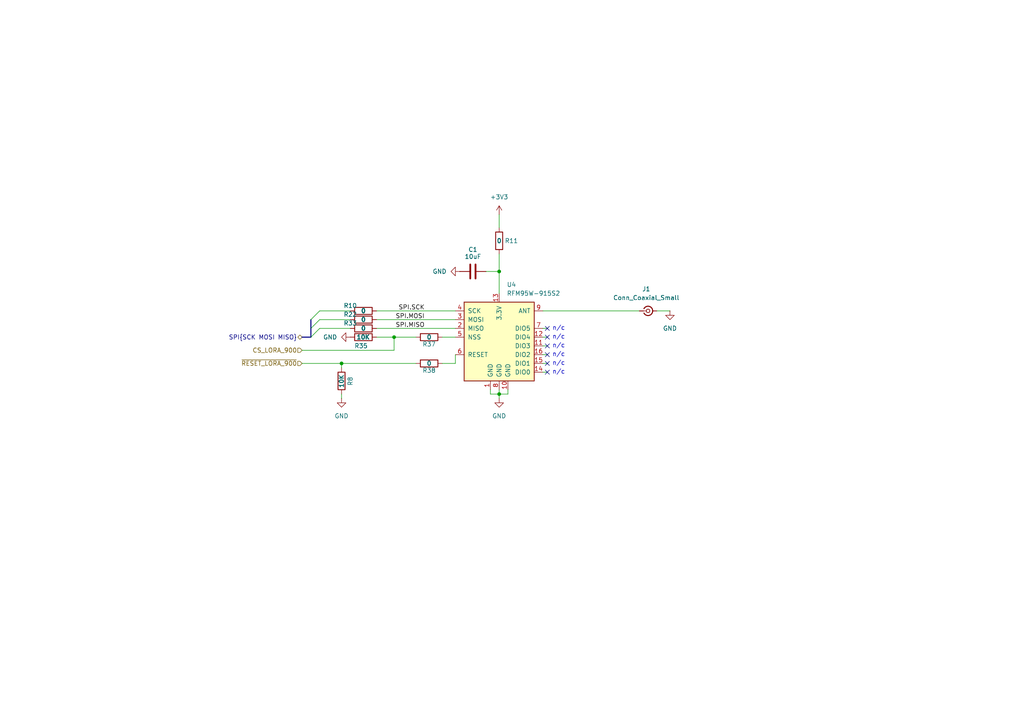
<source format=kicad_sch>
(kicad_sch (version 20231120) (generator "eeschema") (generator_version "8.0")
  (paper "A4")
  (title_block (title "Comms - LoRa 900") (company "catbranchman") (comment 1 "Electrical Engineering Department") (comment 2 "EE 156 / Stanford University") (comment 3 "Flight Club, W6YX, Endurance"))
  (lib_symbols
    (symbol "Connector:Conn_Coaxial_Small" (pin_numbers hide) (pin_names (offset 1.016) hide)
      (property "Reference" "J" (at 0.254 3.048 0))
      (property "Value" "Conn_Coaxial_Small" (at 0 -3.81 0))
      (symbol "Conn_Coaxial_Small_0_1"
        (polyline (pts (xy -2.54 0) (xy -0.508 0)))
        (circle (center 0 0) (radius 0.508) (stroke (width 0.2032)))
      )
      (symbol "Conn_Coaxial_Small_1_1"
        (arc (start -1.1916 -0.6311) (mid 0.327 -1.3081) (end 1.3484 0.0039) (stroke (width 0.3048)))
        (arc (start 1.3484 -0.0039) (mid 0.327 1.3081) (end -1.1916 0.6311) (stroke (width 0.3048)))
        (pin passive line (at -2.54 0 0) (length 1.27) (name "In") (number "1"))
        (pin passive line (at 2.54 0 180) (length 1.27) (name "Ext") (number "2"))
      )
    )
    (symbol "Device:C" (pin_numbers hide) (pin_names (offset 0.254))
      (property "Reference" "C" (at 0.635 2.54 0))
      (property "Value" "C" (at 0.635 -2.54 0))
      (symbol "C_0_1"
        (polyline (pts (xy -2.032 -0.762) (xy 2.032 -0.762)) (stroke (width 0.508)))
        (polyline (pts (xy -2.032 0.762) (xy 2.032 0.762)) (stroke (width 0.508)))
      )
      (symbol "C_1_1"
        (pin passive line (at 0 3.81 270) (length 2.794) (name "~") (number "1"))
        (pin passive line (at 0 -3.81 90) (length 2.794) (name "~") (number "2"))
      )
    )
    (symbol "Device:R" (pin_numbers hide) (pin_names (offset 0))
      (property "Reference" "R" (at 2.032 0 90))
      (property "Value" "R" (at 0 0 90))
      (symbol "R_0_1"
        (rectangle (start -1.016 -2.54) (end 1.016 2.54) (stroke (width 0.254)))
      )
      (symbol "R_1_1"
        (pin passive line (at 0 3.81 270) (length 1.27) (name "~") (number "1"))
        (pin passive line (at 0 -3.81 90) (length 1.27) (name "~") (number "2"))
      )
    )
    (symbol "RF_Module:RFM95W-915S2" (pin_names (offset 1.016))
      (property "Reference" "U" (at -10.414 11.684 0))
      (property "Value" "RFM95W-915S2" (at 1.524 11.43 0))
      (symbol "RFM95W-915S2_0_1"
        (rectangle (start -10.16 10.16) (end 10.16 -12.7) (stroke (width 0.254)) (fill (type background)))
      )
      (symbol "RFM95W-915S2_1_1"
        (pin power_in line (at -2.54 -15.24 90) (length 2.54) (name "GND") (number "1"))
        (pin power_in line (at 2.54 -15.24 90) (length 2.54) (name "GND") (number "10"))
        (pin bidirectional line (at 12.7 -2.54 180) (length 2.54) (name "DIO3") (number "11"))
        (pin bidirectional line (at 12.7 0 180) (length 2.54) (name "DIO4") (number "12"))
        (pin power_in line (at 0 12.7 270) (length 2.54) (name "3.3V") (number "13"))
        (pin bidirectional line (at 12.7 -10.16 180) (length 2.54) (name "DIO0") (number "14"))
        (pin bidirectional line (at 12.7 -7.62 180) (length 2.54) (name "DIO1") (number "15"))
        (pin bidirectional line (at 12.7 -5.08 180) (length 2.54) (name "DIO2") (number "16"))
        (pin output line (at -12.7 2.54 0) (length 2.54) (name "MISO") (number "2"))
        (pin input line (at -12.7 5.08 0) (length 2.54) (name "MOSI") (number "3"))
        (pin input line (at -12.7 7.62 0) (length 2.54) (name "SCK") (number "4"))
        (pin input line (at -12.7 0 0) (length 2.54) (name "NSS") (number "5"))
        (pin bidirectional line (at -12.7 -5.08 0) (length 2.54) (name "RESET") (number "6"))
        (pin bidirectional line (at 12.7 2.54 180) (length 2.54) (name "DIO5") (number "7"))
        (pin power_in line (at 0 -15.24 90) (length 2.54) (name "GND") (number "8"))
        (pin bidirectional line (at 12.7 7.62 180) (length 2.54) (name "ANT") (number "9"))
      )
    )
    (symbol "power:+3V3" (power) (pin_numbers hide) (pin_names (offset 0) hide)
      (property "Value" "+3V3" (at 0 3.556 0))
      (symbol "+3V3_0_1"
        (polyline (pts (xy -0.762 1.27) (xy 0 2.54)))
        (polyline (pts (xy 0 0) (xy 0 2.54)))
        (polyline (pts (xy 0 2.54) (xy 0.762 1.27)))
      )
      (symbol "+3V3_1_1"
        (pin power_in line (at 0 0 90) (length 0) (name "~") (number "1"))
      )
    )
    (symbol "power:GND" (power) (pin_numbers hide) (pin_names (offset 0) hide)
      (property "Value" "GND" (at 0 -3.81 0))
      (symbol "GND_0_1"
        (polyline (pts (xy 0 0) (xy 0 -1.27) (xy 1.27 -1.27) (xy 0 -2.54) (xy -1.27 -1.27) (xy 0 -1.27)))
      )
      (symbol "GND_1_1"
        (pin power_in line (at 0 0 270) (length 0) (name "~") (number "1"))
      )
    )
  )
  (junction (at 114.3 97.79))
  (junction (at 144.78 114.3))
  (junction (at 99.06 105.41))
  (junction (at 144.78 78.74))
  (no_connect (at 158.75 95.25))
  (no_connect (at 158.75 100.33))
  (no_connect (at 158.75 105.41))
  (no_connect (at 158.75 107.95))
  (no_connect (at 158.75 102.87))
  (no_connect (at 158.75 97.79))
  (bus_entry (at 92.71 92.71) (size -2.54 2.54))
  (bus_entry (at 92.71 95.25) (size -2.54 2.54))
  (bus_entry (at 92.71 90.17) (size -2.54 2.54))
  (wire (pts (xy 109.22 95.25) (xy 132.08 95.25)))
  (wire (pts (xy 92.71 92.71) (xy 101.6 92.71)))
  (wire (pts (xy 147.32 113.03) (xy 147.32 114.3)))
  (bus (pts (xy 90.17 92.71) (xy 90.17 95.25)))
  (wire (pts (xy 128.27 97.79) (xy 132.08 97.79)))
  (wire (pts (xy 190.5 90.17) (xy 194.31 90.17)))
  (wire (pts (xy 157.48 90.17) (xy 185.42 90.17)))
  (wire (pts (xy 109.22 90.17) (xy 132.08 90.17)))
  (wire (pts (xy 114.3 97.79) (xy 120.65 97.79)))
  (wire (pts (xy 144.78 78.74) (xy 144.78 85.09)))
  (wire (pts (xy 144.78 114.3) (xy 144.78 115.57)))
  (wire (pts (xy 157.48 95.25) (xy 158.75 95.25)))
  (wire (pts (xy 157.48 100.33) (xy 158.75 100.33)))
  (wire (pts (xy 99.06 114.3) (xy 99.06 115.57)))
  (bus (pts (xy 90.17 95.25) (xy 90.17 97.79)))
  (wire (pts (xy 109.22 92.71) (xy 132.08 92.71)))
  (wire (pts (xy 132.08 102.87) (xy 132.08 105.41)))
  (wire (pts (xy 157.48 105.41) (xy 158.75 105.41)))
  (wire (pts (xy 87.63 105.41) (xy 99.06 105.41)))
  (wire (pts (xy 99.06 105.41) (xy 120.65 105.41)))
  (bus (pts (xy 87.63 97.79) (xy 90.17 97.79)))
  (wire (pts (xy 132.08 105.41) (xy 128.27 105.41)))
  (wire (pts (xy 140.97 78.74) (xy 144.78 78.74)))
  (wire (pts (xy 142.24 113.03) (xy 142.24 114.3)))
  (wire (pts (xy 114.3 97.79) (xy 114.3 101.6)))
  (wire (pts (xy 142.24 114.3) (xy 144.78 114.3)))
  (wire (pts (xy 144.78 114.3) (xy 144.78 113.03)))
  (wire (pts (xy 157.48 102.87) (xy 158.75 102.87)))
  (wire (pts (xy 92.71 95.25) (xy 101.6 95.25)))
  (wire (pts (xy 99.06 106.68) (xy 99.06 105.41)))
  (wire (pts (xy 92.71 90.17) (xy 101.6 90.17)))
  (wire (pts (xy 109.22 97.79) (xy 114.3 97.79)))
  (wire (pts (xy 144.78 73.66) (xy 144.78 78.74)))
  (wire (pts (xy 147.32 114.3) (xy 144.78 114.3)))
  (wire (pts (xy 144.78 62.23) (xy 144.78 66.04)))
  (wire (pts (xy 157.48 107.95) (xy 158.75 107.95)))
  (wire (pts (xy 87.63 101.6) (xy 114.3 101.6)))
  (wire (pts (xy 157.48 97.79) (xy 158.75 97.79)))
  (text "n/c" (at 162.052 102.87 0) (effects (font (size 1.27 1.27))))
  (text "n/c" (at 162.052 100.33 0) (effects (font (size 1.27 1.27))))
  (text "n/c" (at 162.052 97.79 0) (effects (font (size 1.27 1.27))))
  (text "n/c" (at 162.052 95.25 0) (effects (font (size 1.27 1.27))))
  (text "n/c" (at 162.052 105.41 0) (effects (font (size 1.27 1.27))))
  (text "n/c" (at 162.052 107.95 0) (effects (font (size 1.27 1.27))))
  (label "SPI.MISO" (at 123.19 95.25 180))
  (label "SPI.SCK" (at 123.19 90.17 180))
  (label "SPI.MOSI" (at 123.19 92.71 180))
  (hierarchical_label "~{RESET_LORA_900}" (shape input) (at 87.63 105.41 180))
  (hierarchical_label "CS_LORA_900" (shape input) (at 87.63 101.6 180))
  (hierarchical_label "SPI{SCK MOSI MISO}" (shape bidirectional) (at 87.63 97.79 180))
  (symbol (lib_id "Device:R") (at 105.41 90.17 270) (unit 1)
    (property "Reference" "R10" (at 101.6 88.646 90))
    (property "Value" "0" (at 105.41 90.17 90) (effects (font (thickness 0.254) (bold yes))))
    (property "Footprint" "Resistor_SMD:R_0603_1608Metric" (effects (hide yes)))
    (property "Datasheet" "Datasheet" (effects (hide yes)))
    (property "Description" "Resistor" (effects (hide yes)))
    (property "Mfr" "YAGEO" (effects (hide yes)))
    (property "Mfr P/N" "RC0603JR-070RL" (effects (hide yes)))
    (property "Supplier_1" "Digikey" (effects (hide yes)))
    (property "Supplier_1 P/N" "311-0.0GRCT-ND" (effects (hide yes)))
    (property "Supplier_1 Unit Price" "$0.10000 " (effects (hide yes)))
    (property "Supplier_1 Price @ Qty" "$0.00304 " (effects (hide yes)))
  )
  (symbol (lib_id "power:GND") (at 133.35 78.74 270) (unit 1)
    (property "Reference" "#PWR039" (effects (hide yes)))
    (property "Value" "GND" (at 129.54 78.7399 90) (effects (justify right)))
    (property "Description" "Power symbol creates a global label with name \"GND\" , ground" (effects (hide yes)))
  )
  (symbol (lib_id "Device:R") (at 105.41 95.25 270) (unit 1)
    (property "Reference" "R33" (at 101.6 93.726 90))
    (property "Value" "0" (at 105.41 95.25 90) (effects (font (thickness 0.254) (bold yes))))
    (property "Footprint" "Resistor_SMD:R_0603_1608Metric" (effects (hide yes)))
    (property "Datasheet" "Datasheet" (effects (hide yes)))
    (property "Description" "Resistor" (effects (hide yes)))
    (property "Mfr" "YAGEO" (effects (hide yes)))
    (property "Mfr P/N" "RC0603JR-070RL" (effects (hide yes)))
    (property "Supplier_1" "Digikey" (effects (hide yes)))
    (property "Supplier_1 P/N" "311-0.0GRCT-ND" (effects (hide yes)))
    (property "Supplier_1 Unit Price" "$0.10000 " (effects (hide yes)))
    (property "Supplier_1 Price @ Qty" "$0.00304 " (effects (hide yes)))
  )
  (symbol (lib_id "Device:R") (at 144.78 69.85 0) (unit 1)
    (property "Reference" "R11" (at 148.336 69.85 0))
    (property "Value" "0" (at 144.78 69.85 0) (effects (font (thickness 0.254) (bold yes))))
    (property "Footprint" "Resistor_SMD:R_0603_1608Metric" (effects (hide yes)))
    (property "Datasheet" "Datasheet" (effects (hide yes)))
    (property "Description" "Resistor" (effects (hide yes)))
    (property "Mfr" "YAGEO" (effects (hide yes)))
    (property "Mfr P/N" "RC0603JR-070RL" (effects (hide yes)))
    (property "Supplier_1" "Digikey" (effects (hide yes)))
    (property "Supplier_1 P/N" "311-0.0GRCT-ND" (effects (hide yes)))
    (property "Supplier_1 Unit Price" "$0.10000 " (effects (hide yes)))
    (property "Supplier_1 Price @ Qty" "$0.00304 " (effects (hide yes)))
  )
  (symbol (lib_id "power:GND") (at 101.6 97.79 270) (unit 1)
    (property "Reference" "#PWR069" (effects (hide yes)))
    (property "Value" "GND" (at 97.79 97.7899 90) (effects (justify right)))
    (property "Description" "Power symbol creates a global label with name \"GND\" , ground" (effects (hide yes)))
  )
  (symbol (lib_id "Device:R") (at 105.41 92.71 270) (unit 1)
    (property "Reference" "R22" (at 101.6 91.186 90))
    (property "Value" "0" (at 105.41 92.71 90) (effects (font (thickness 0.254) (bold yes))))
    (property "Footprint" "Resistor_SMD:R_0603_1608Metric" (effects (hide yes)))
    (property "Datasheet" "Datasheet" (effects (hide yes)))
    (property "Description" "Resistor" (effects (hide yes)))
    (property "Mfr" "YAGEO" (effects (hide yes)))
    (property "Mfr P/N" "RC0603JR-070RL" (effects (hide yes)))
    (property "Supplier_1" "Digikey" (effects (hide yes)))
    (property "Supplier_1 P/N" "311-0.0GRCT-ND" (effects (hide yes)))
    (property "Supplier_1 Unit Price" "$0.10000 " (effects (hide yes)))
    (property "Supplier_1 Price @ Qty" "$0.00304 " (effects (hide yes)))
  )
  (symbol (lib_id "power:+3V3") (at 144.78 62.23 0) (unit 1)
    (property "Reference" "#PWR038" (effects (hide yes)))
    (property "Value" "+3V3" (at 144.78 57.15 0))
    (property "Description" "Power symbol creates a global label with name \"+3V3\"" (effects (hide yes)))
  )
  (symbol (lib_id "Device:R") (at 124.46 105.41 270) (unit 1)
    (property "Reference" "R38" (at 124.46 107.442 90))
    (property "Value" "0" (at 124.46 105.41 90) (effects (font (thickness 0.254) (bold yes))))
    (property "Footprint" "Resistor_SMD:R_0603_1608Metric" (effects (hide yes)))
    (property "Datasheet" "Datasheet" (effects (hide yes)))
    (property "Description" "Resistor" (effects (hide yes)))
    (property "Mfr" "YAGEO" (effects (hide yes)))
    (property "Mfr P/N" "RC0603JR-070RL" (effects (hide yes)))
    (property "Supplier_1" "Digikey" (effects (hide yes)))
    (property "Supplier_1 P/N" "311-0.0GRCT-ND" (effects (hide yes)))
    (property "Supplier_1 Unit Price" "$0.10000 " (effects (hide yes)))
    (property "Supplier_1 Price @ Qty" "$0.00304 " (effects (hide yes)))
  )
  (symbol (lib_id "RF_Module:RFM95W-915S2") (at 144.78 97.79 0) (unit 1)
    (property "Reference" "U4" (at 146.9741 82.55 0) (effects (justify left)))
    (property "Value" "RFM95W-915S2" (at 146.9741 85.09 0) (effects (justify left)))
    (property "Footprint" "RF_Module:HOPERF_RFM9XW_SMD" (effects (hide yes)))
    (property "Datasheet" "https://www.hoperf.com/data/upload/portal/20181127/5bfcbea20e9ef.pdf" (effects (hide yes)))
    (property "Description" "Low power long range transceiver module, SPI and parallel interface, 915 MHz, spreading factor 6 to12, bandwidth 7.8 to 500kHz, -111 to -148 dBm, SMD-16, DIP-16" (effects (hide yes)))
    (property "Mfr" "Adafruit" (effects (hide yes)))
    (property "Mfr P/N" "3072" (effects (hide yes)))
    (property "Supplier_1" "Supplier_1 P/N  0 0 Center Center 0 0  " (effects (hide yes)))
    (property "Supplier_1 P/N" "3072" (effects (hide yes)))
    (property "Supplier_1 Unit Price" "$19.95" (effects (hide yes)))
    (property "Supplier_1 Price @ Qty" "$15.96" (effects (hide yes)))
  )
  (symbol (lib_id "power:GND") (at 144.78 115.57 0) (unit 1)
    (property "Reference" "#PWR037" (effects (hide yes)))
    (property "Value" "GND" (at 144.78 120.65 0))
    (property "Description" "Power symbol creates a global label with name \"GND\" , ground" (effects (hide yes)))
  )
  (symbol (lib_id "power:GND") (at 99.06 115.57 0) (unit 1)
    (property "Reference" "#PWR067" (effects (hide yes)))
    (property "Value" "GND" (at 99.06 120.65 0))
    (property "Description" "Power symbol creates a global label with name \"GND\" , ground" (effects (hide yes)))
  )
  (symbol (lib_id "Device:R") (at 105.41 97.79 90) (unit 1)
    (property "Reference" "R35" (at 106.68 100.33 90) (effects (justify left)))
    (property "Value" "10K" (at 107.442 97.79 90) (effects (font (thickness 0.254) (bold yes)) (justify left)))
    (property "Footprint" "Resistor_SMD:R_0603_1608Metric" (effects (hide yes)))
    (property "Datasheet" "https://www.seielect.com/catalog/sei-rncp.pdf" (effects (hide yes)))
    (property "Description" "10 kOhms 1% 0.125W, 1/8W Chip Resistor 0603 (1608 Metric) Anti-Sulfur Thin Film" (effects (hide yes)))
    (property "Mfr" "Stackpole Electronics Inc" (effects (hide yes)))
    (property "Mfr P/N" "RNCP0603FTD10K0" (effects (hide yes)))
    (property "Supplier_1" "Digikey" (effects (hide yes)))
    (property "Supplier_1 P/N" "RNCP0603FTD10K0CT-ND" (effects (hide yes)))
    (property "Supplier_1 Unit Price" "0.10" (effects (hide yes)))
    (property "Supplier_1 Price @ Qty" "0.0170" (effects (hide yes)))
  )
  (symbol (lib_id "power:GND") (at 194.31 90.17 0) (unit 1)
    (property "Reference" "#PWR036" (effects (hide yes)))
    (property "Value" "GND" (at 194.31 95.25 0))
    (property "Description" "Power symbol creates a global label with name \"GND\" , ground" (effects (hide yes)))
  )
  (symbol (lib_id "Device:C") (at 137.16 78.74 90) (unit 1)
    (property "Reference" "C1" (at 137.16 72.39 90))
    (property "Value" "10uF" (at 137.16 74.422 90))
    (property "Footprint" "Inductor_SMD:L_0805_2012Metric" (effects (hide yes)))
    (property "Datasheet" "https://mm.digikey.com/Volume0/opasdata/d220001/medias/docus/609/CL21A106K0QNNNE_Sp" (effects (hide yes)))
    (property "Description" "10 uF 10% 16V Ceramic Capacitor X5R 0805 (2012 Metric)" (effects (hide yes)))
    (property "Mfr" "Samsung Electro-Mechanics" (effects (hide yes)))
    (property "Mfr P/N" "CL21A106KOQNNNE" (effects (hide yes)))
    (property "Supplier_1" "Digikey" (effects (hide yes)))
    (property "Supplier_1 P/N" "1276-1096-1-ND" (effects (hide yes)))
    (property "Supplier_1 Unit Price" "0.10" (effects (hide yes)))
    (property "Supplier_1 Price @ Qty" "0.03130" (effects (hide yes)))
  )
  (symbol (lib_id "Connector:Conn_Coaxial_Small") (at 187.96 90.17 0) (unit 1)
    (property "Reference" "J1" (at 187.4404 83.82 0))
    (property "Value" "Conn_Coaxial_Small" (at 187.4404 86.36 0))
    (property "Footprint" "Connector_Coaxial:U.FL_Molex_MCRF_73412-0110_Vertical" (effects (hide yes)))
    (property "Datasheet" "https://www.molex.com/en-us/products/part-detail/734120110?display=pdf" (effects (hide yes)))
    (property "Description" "small coaxial connector (BNC, SMA, SMB, SMC, Cinch/RCA, LEMO, ...)" (effects (hide yes)))
    (property "Mfr" "Molex" (effects (hide yes)))
    (property "Mfr P/N" "0734120110" (effects (hide yes)))
    (property "Supplier_1" "Digikey" (effects (hide yes)))
    (property "Supplier_1 P/N" "WM5587CT-ND" (effects (hide yes)))
    (property "Supplier_1 Unit Price" "$0.94000 " (effects (hide yes)))
    (property "Supplier_1 Price @ Qty" "$0.38945 " (effects (hide yes)))
  )
  (symbol (lib_id "Device:R") (at 99.06 110.49 180) (unit 1)
    (property "Reference" "R8" (at 101.6 109.22 90) (effects (justify left)))
    (property "Value" "10K" (at 99.06 108.458 90) (effects (font (thickness 0.254) (bold yes)) (justify left)))
    (property "Footprint" "Resistor_SMD:R_0603_1608Metric" (effects (hide yes)))
    (property "Datasheet" "https://www.seielect.com/catalog/sei-rncp.pdf" (effects (hide yes)))
    (property "Description" "10 kOhms 1% 0.125W, 1/8W Chip Resistor 0603 (1608 Metric) Anti-Sulfur Thin Film" (effects (hide yes)))
    (property "Mfr" "Stackpole Electronics Inc" (effects (hide yes)))
    (property "Mfr P/N" "RNCP0603FTD10K0" (effects (hide yes)))
    (property "Supplier_1" "Digikey" (effects (hide yes)))
    (property "Supplier_1 P/N" "RNCP0603FTD10K0CT-ND" (effects (hide yes)))
    (property "Supplier_1 Unit Price" "0.10" (effects (hide yes)))
    (property "Supplier_1 Price @ Qty" "0.0170" (effects (hide yes)))
  )
  (symbol (lib_id "Device:R") (at 124.46 97.79 270) (unit 1)
    (property "Reference" "R37" (at 124.46 99.822 90))
    (property "Value" "0" (at 124.46 97.79 90) (effects (font (thickness 0.254) (bold yes))))
    (property "Footprint" "Resistor_SMD:R_0603_1608Metric" (effects (hide yes)))
    (property "Datasheet" "Datasheet" (effects (hide yes)))
    (property "Description" "Resistor" (effects (hide yes)))
    (property "Mfr" "YAGEO" (effects (hide yes)))
    (property "Mfr P/N" "RC0603JR-070RL" (effects (hide yes)))
    (property "Supplier_1" "Digikey" (effects (hide yes)))
    (property "Supplier_1 P/N" "311-0.0GRCT-ND" (effects (hide yes)))
    (property "Supplier_1 Unit Price" "$0.10000 " (effects (hide yes)))
    (property "Supplier_1 Price @ Qty" "$0.00304 " (effects (hide yes)))
  )
)
</source>
